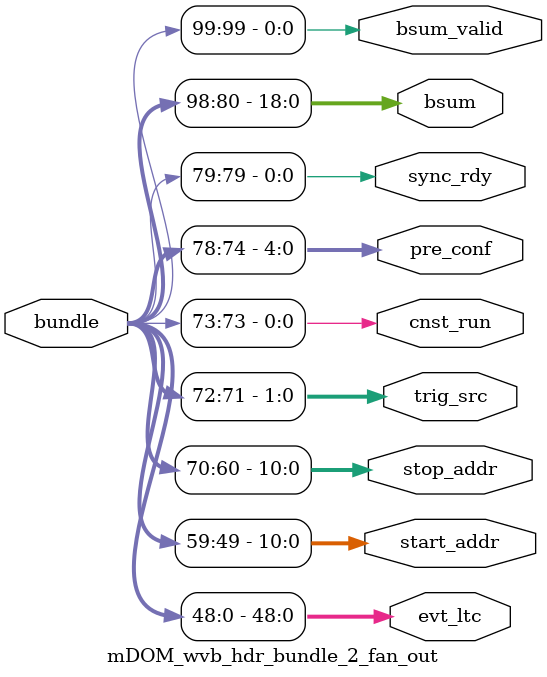
<source format=v>
module mDOM_wvb_hdr_bundle_2_fan_out
  (
   bundle,
   evt_ltc,
   start_addr,
   stop_addr,
   trig_src,
   cnst_run,
   pre_conf,
   sync_rdy,
   bsum,
   bsum_valid
  );

`include "mDOM_wvb_hdr_bundle_2_inc.v"

   input [99:0] bundle;
   output [48:0] evt_ltc;
   output [10:0] start_addr;
   output [10:0] stop_addr;
   output [1:0] trig_src;
   output [0:0] cnst_run;
   output [4:0] pre_conf;
   output [0:0] sync_rdy;
   output [18:0] bsum;
   output [0:0] bsum_valid;

assign evt_ltc = bundle[48:0];
assign start_addr = bundle[59:49];
assign stop_addr = bundle[70:60];
assign trig_src = bundle[72:71];
assign cnst_run = bundle[73:73];
assign pre_conf = bundle[78:74];
assign sync_rdy = bundle[79:79];
assign bsum = bundle[98:80];
assign bsum_valid = bundle[99:99];

endmodule

</source>
